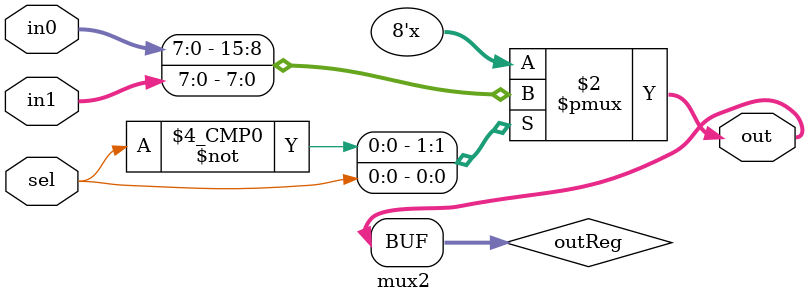
<source format=v>
module mux2#(parameter DATA_SIZE = 8)
       (input [DATA_SIZE-1:0] in0, input [DATA_SIZE-1:0] in1, input sel, output [DATA_SIZE-1:0] out);
    reg [DATA_SIZE-1:0] outReg;
    
    assign out = outReg;
    
    always @* begin
        case (sel)
            0: outReg = in0;
            1: outReg = in1;
        endcase
    end
endmodule

</source>
